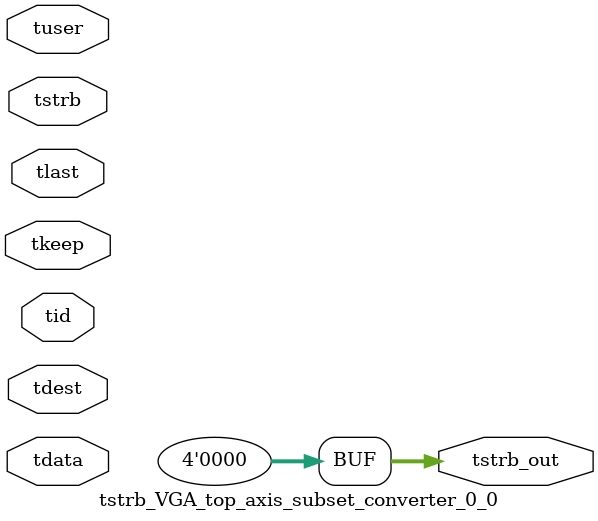
<source format=v>


`timescale 1ps/1ps

module tstrb_VGA_top_axis_subset_converter_0_0 #
(
parameter C_S_AXIS_TDATA_WIDTH = 32,
parameter C_S_AXIS_TUSER_WIDTH = 0,
parameter C_S_AXIS_TID_WIDTH   = 0,
parameter C_S_AXIS_TDEST_WIDTH = 0,
parameter C_M_AXIS_TDATA_WIDTH = 32
)
(
input  [(C_S_AXIS_TDATA_WIDTH == 0 ? 1 : C_S_AXIS_TDATA_WIDTH)-1:0     ] tdata,
input  [(C_S_AXIS_TUSER_WIDTH == 0 ? 1 : C_S_AXIS_TUSER_WIDTH)-1:0     ] tuser,
input  [(C_S_AXIS_TID_WIDTH   == 0 ? 1 : C_S_AXIS_TID_WIDTH)-1:0       ] tid,
input  [(C_S_AXIS_TDEST_WIDTH == 0 ? 1 : C_S_AXIS_TDEST_WIDTH)-1:0     ] tdest,
input  [(C_S_AXIS_TDATA_WIDTH/8)-1:0 ] tkeep,
input  [(C_S_AXIS_TDATA_WIDTH/8)-1:0 ] tstrb,
input                                                                    tlast,
output [(C_M_AXIS_TDATA_WIDTH/8)-1:0 ] tstrb_out
);

assign tstrb_out = {1'b0};

endmodule


</source>
